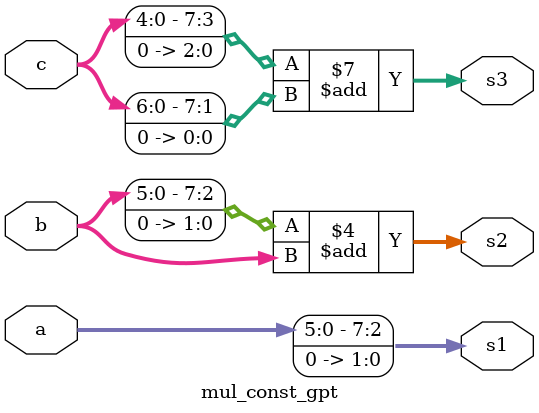
<source format=v>
module mul_const_gpt
#(  parameter       BW = 8)
(
    input [BW-1:0] a,
    input [BW-1:0] b,
    input [BW-1:0] c,
    output reg [BW-1:0] s1,
    output reg [BW-1:0] s2,
    output reg [BW-1:0] s3
);

always @* begin
    s1 = a << 2;  // Optimized multiplication by 4 using shift
    s2 = (b << 2) + b; // Optimized multiplication by 5 using shift and addition
    s3 = (c << 3) + (c << 1); // Optimized multiplication by 9 using shifts
end
endmodule
</source>
